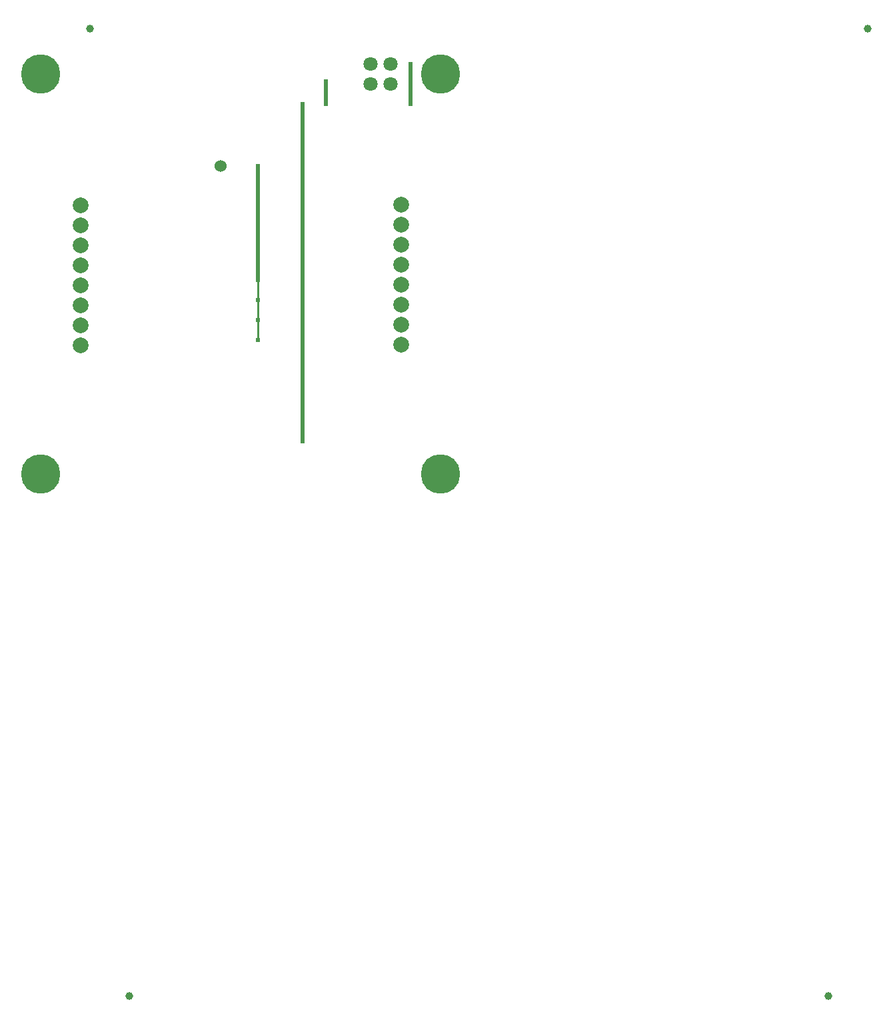
<source format=gbl>
G04 Layer: BottomLayer*
G04 Panelize: V-CUT, Column: 2, Row: 2, Board Size: 58.42mm x 58.42mm, Panelized Board Size: 118.84mm x 118.84mm*
G04 EasyEDA v6.5.32, 2023-07-25 17:18:32*
G04 beba70979ac64995a7ec55152f614d26,5a6b42c53f6a479593ecc07194224c93,10*
G04 Gerber Generator version 0.2*
G04 Scale: 100 percent, Rotated: No, Reflected: No *
G04 Dimensions in millimeters *
G04 leading zeros omitted , absolute positions ,4 integer and 5 decimal *
%FSLAX45Y45*%
%MOMM*%

%ADD10C,0.5000*%
%ADD11C,0.2540*%
%ADD12C,1.0000*%
%ADD13C,5.0000*%
%ADD14C,2.0000*%
%ADD15C,1.8000*%
%ADD16C,1.5240*%
%ADD17C,0.6096*%

%LPD*%
D10*
X4000500Y5372100D02*
G01*
X4000500Y5079987D01*
D11*
X3136902Y2086993D02*
G01*
X3136902Y2340993D01*
X3136902Y2340993D02*
G01*
X3136902Y2594993D01*
X3136902Y2594993D02*
G01*
X3136902Y2848993D01*
D10*
X3136902Y3610993D02*
G01*
X3136902Y3864993D01*
X3136902Y3356993D02*
G01*
X3136902Y3610993D01*
X3136902Y3102993D02*
G01*
X3136902Y3356993D01*
X3136902Y2848993D02*
G01*
X3136902Y3102993D01*
X5079987Y5588000D02*
G01*
X5079987Y5079987D01*
X3708400Y5080000D02*
G01*
X3708400Y4292600D01*
X3136900Y3864998D02*
G01*
X3136900Y4292600D01*
X3708400Y800100D02*
G01*
X3708400Y4292600D01*
D12*
G01*
X999997Y6041999D03*
G01*
X10884001Y6041999D03*
G01*
X1499996Y-6241999D03*
G01*
X10384002Y-6241999D03*
D13*
G01*
X381000Y5461000D03*
G01*
X5461000Y5461000D03*
G01*
X5461000Y381000D03*
G01*
X381000Y381000D03*
D14*
G01*
X4956581Y2029205D03*
G01*
X4956581Y2283205D03*
G01*
X4956581Y2537205D03*
G01*
X4956581Y2791205D03*
G01*
X4956581Y3045205D03*
G01*
X4956581Y3299205D03*
G01*
X4956581Y3553205D03*
G01*
X4956581Y3807205D03*
G01*
X885418Y2017395D03*
G01*
X885418Y2271395D03*
G01*
X885418Y2525395D03*
G01*
X885418Y2779395D03*
G01*
X885418Y3033395D03*
G01*
X885418Y3287395D03*
G01*
X885418Y3541395D03*
G01*
X885418Y3795395D03*
D15*
G01*
X4826000Y5588000D03*
G01*
X4826000Y5334000D03*
G01*
X4572000Y5334000D03*
G01*
X4572000Y5588000D03*
D16*
G01*
X2667000Y4292600D03*
D17*
G01*
X5080000Y5079974D03*
G01*
X5080000Y5588000D03*
G01*
X4000500Y5372100D03*
G01*
X3708400Y5080000D03*
G01*
X3136900Y3864990D03*
G01*
X3136900Y3610990D03*
G01*
X3136900Y3356990D03*
G01*
X3136900Y3102990D03*
G01*
X3136900Y2848990D03*
G01*
X3136900Y2594990D03*
G01*
X3136900Y2340990D03*
G01*
X3136900Y2086990D03*
G01*
X3708400Y4292600D03*
G01*
X4000500Y5079974D03*
G01*
X3136900Y4292600D03*
G01*
X3708400Y800100D03*
M02*

</source>
